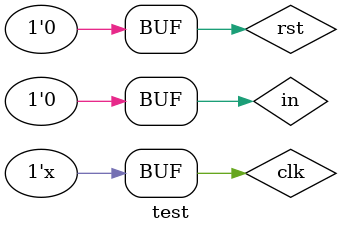
<source format=v>
module test;

reg in,rst,clk;
wire a,b,c,d;

decoder de(in,clk,rst,a,b,c,d);



always begin
	
	# 20 clk <= ~clk;
end

initial
begin
	$monitor ($time, "in=%d, clk=%d, rst=%d, a=%d, b=%b,c=%c,d=%d",in,clk,rst,a,b,c,d);
	#0  in=0;rst=0;clk=1;
	#20 rst=1;
	#90 rst=0;

	#100 in=1;
	#105 in=0;

	#140 in=1;
	#180 in=0;
	//
	#200 in=1;
	#280 in=0;

end

endmodule
</source>
